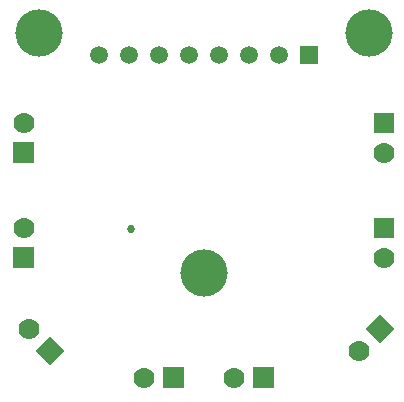
<source format=gbs>
%FSLAX33Y33*%
%MOMM*%
%AMRect-W1778000-H1778000-RO1.000*
21,1,1.778,1.778,0.,0.,180*%
%AMRect-W1778000-H1778000-RO0.250*
21,1,1.778,1.778,0.,0.,315*%
%AMRect-W1778000-H1778000-RO0.750*
21,1,1.778,1.778,0.,0.,225*%
%AMRect-W1778000-H1778000-RO0.500*
21,1,1.778,1.778,0.,0.,270*%
%AMRect-W1500000-H1500000-RO0.500*
21,1,1.5,1.5,0.,0.,270*%
%ADD10C,0.68834*%
%ADD11C,1.778*%
%ADD12Rect-W1778000-H1778000-RO1.000*%
%ADD13C,1.778*%
%ADD14Rect-W1778000-H1778000-RO0.250*%
%ADD15R,1.778X1.778*%
%ADD16C,1.778*%
%ADD17C,1.778*%
%ADD18Rect-W1778000-H1778000-RO0.750*%
%ADD19C,4.*%
%ADD20C,1.778*%
%ADD21Rect-W1778000-H1778000-RO0.500*%
%ADD22C,1.5*%
%ADD23Rect-W1500000-H1500000-RO0.500*%
D10*
%LNbottom solder mask_traces*%
G01*
X11557Y15113D03*
%LNbottom solder mask component fc4ab4143d6492ec*%
D11*
X2540Y15240D03*
D12*
X2540Y12700D03*
%LNbottom solder mask component acea897f8989f1d9*%
D13*
X30852Y4817D03*
D14*
X32648Y6613D03*
%LNbottom solder mask component 50fb72db43f2db52*%
D15*
X33020Y24130D03*
D16*
X33020Y21590D03*
%LNbottom solder mask component 07940880643af1f4*%
D17*
X2912Y6613D03*
D18*
X4708Y4817D03*
%LNbottom solder mask component c49cb73e0cfdca39*%
D19*
X17780Y11430D03*
%LNbottom solder mask component 8081dbe1fc64fbc3*%
D11*
X2540Y24130D03*
D12*
X2540Y21590D03*
%LNbottom solder mask component 432a153fe0b184c8*%
D15*
X33020Y15240D03*
D16*
X33020Y12700D03*
%LNbottom solder mask component 2783f7ae62fabf0f*%
D20*
X12700Y2540D03*
D21*
X15240Y2540D03*
%LNbottom solder mask component 96b70c30af19ca9a*%
D19*
X31750Y31750D03*
%LNbottom solder mask component 7b98a7e85593e7e7*%
D20*
X20320Y2540D03*
D21*
X22860Y2540D03*
%LNbottom solder mask component be02c169f3ae9f69*%
D19*
X3810Y31750D03*
%LNbottom solder mask component 005ca3e7d4f4fb47*%
D22*
X24130Y29845D03*
X21590Y29845D03*
X19050Y29845D03*
X16510Y29845D03*
X13970Y29845D03*
X11430Y29845D03*
X8890Y29845D03*
D23*
X26670Y29845D03*
M02*
</source>
